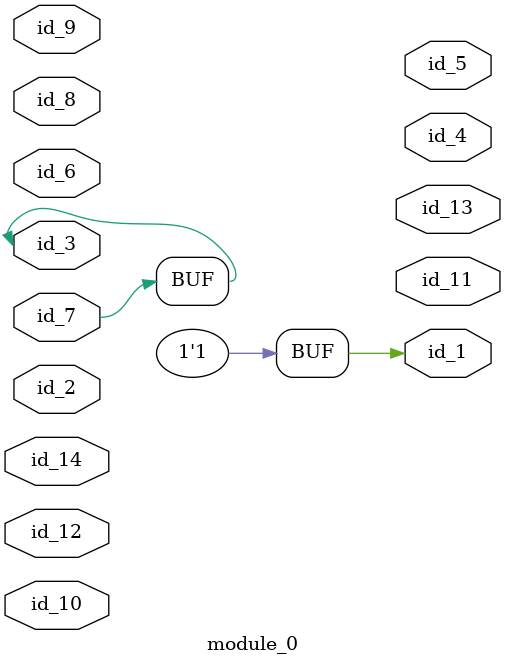
<source format=v>
`timescale 1 ps / 1ps `timescale 1 ps / 1 ps
module module_0 (
    id_1,
    id_2,
    id_3,
    id_4,
    id_5,
    id_6,
    id_7,
    id_8,
    id_9,
    id_10,
    id_11,
    id_12,
    id_13,
    id_14
);
  inout id_14;
  output id_13;
  inout id_12;
  output id_11;
  inout id_10;
  input id_9;
  input id_8;
  input id_7;
  inout id_6;
  output id_5;
  output id_4;
  inout id_3;
  inout id_2;
  output id_1;
  assign id_3 = id_7;
  assign id_1 = 1;
endmodule

</source>
